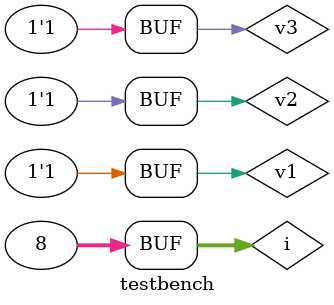
<source format=v>
`timescale 1ns/1ns
module testbench();
reg v1,v2,v3;
wire y;
integer i;

  majority major1(y,v1,v2,v3);

initial begin
    $monitor("Printed by monitor command!, v1=%d,v2=%d,v3=%d => y=%d",v1,v2,v3,y);
      for(i=0;i<8;i=i+1)
		   begin 
		  {v1,v2,v3}=i;
		  #10;
		 end    
	end







endmodule
</source>
